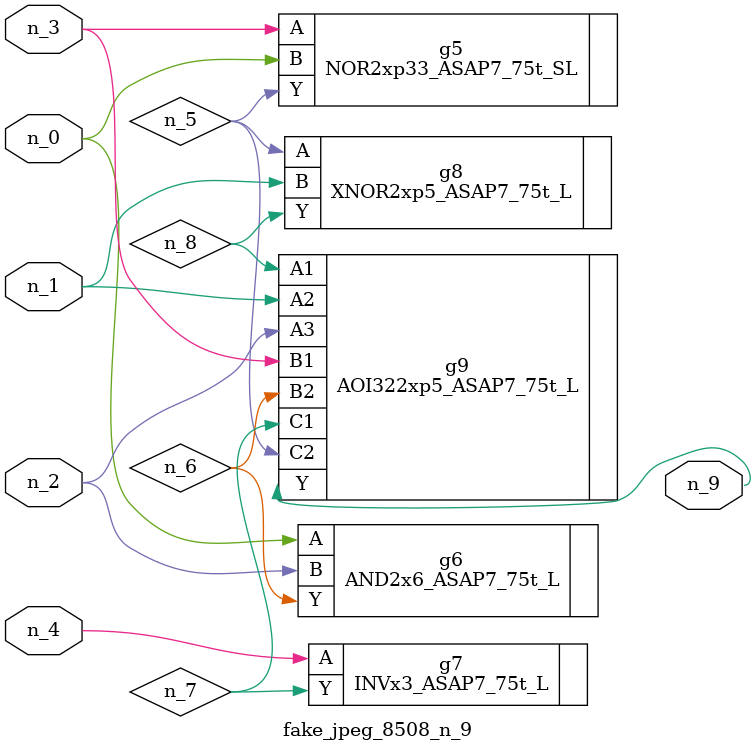
<source format=v>
module fake_jpeg_8508_n_9 (n_3, n_2, n_1, n_0, n_4, n_9);

input n_3;
input n_2;
input n_1;
input n_0;
input n_4;

output n_9;

wire n_8;
wire n_6;
wire n_5;
wire n_7;

NOR2xp33_ASAP7_75t_SL g5 ( 
.A(n_3),
.B(n_0),
.Y(n_5)
);

AND2x6_ASAP7_75t_L g6 ( 
.A(n_0),
.B(n_2),
.Y(n_6)
);

INVx3_ASAP7_75t_L g7 ( 
.A(n_4),
.Y(n_7)
);

XNOR2xp5_ASAP7_75t_L g8 ( 
.A(n_5),
.B(n_1),
.Y(n_8)
);

AOI322xp5_ASAP7_75t_L g9 ( 
.A1(n_8),
.A2(n_1),
.A3(n_2),
.B1(n_3),
.B2(n_6),
.C1(n_7),
.C2(n_5),
.Y(n_9)
);


endmodule
</source>
